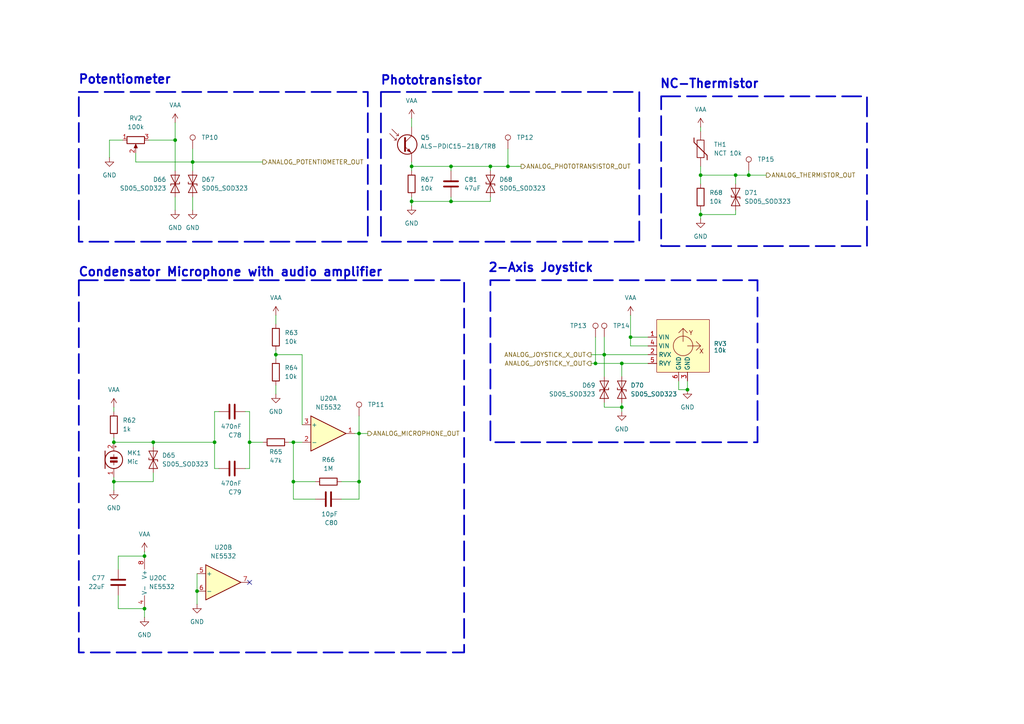
<source format=kicad_sch>
(kicad_sch (version 20231120) (generator "eeschema") (generator_version "8.0")
  (paper "A4")
  (lib_symbols
    (symbol "Amplifier_Operational:NE5532" (pin_names (offset 0.127))
      (property "Reference" "U" (at 0 5.08 0))
      (property "Value" "NE5532" (at 0 -5.08 0))
      (symbol "NE5532_1_1"
        (polyline (pts (xy -5.08 5.08) (xy 5.08 0) (xy -5.08 -5.08) (xy -5.08 5.08)) (stroke (width 0.254)) (fill (type background)))
        (pin output line (at 7.62 0 180) (length 2.54) (name "~") (number "1"))
        (pin input line (at -7.62 -2.54 0) (length 2.54) (name "-") (number "2"))
        (pin input line (at -7.62 2.54 0) (length 2.54) (name "+") (number "3"))
      )
      (symbol "NE5532_2_1"
        (polyline (pts (xy -5.08 5.08) (xy 5.08 0) (xy -5.08 -5.08) (xy -5.08 5.08)) (stroke (width 0.254)) (fill (type background)))
        (pin input line (at -7.62 2.54 0) (length 2.54) (name "+") (number "5"))
        (pin input line (at -7.62 -2.54 0) (length 2.54) (name "-") (number "6"))
        (pin output line (at 7.62 0 180) (length 2.54) (name "~") (number "7"))
      )
      (symbol "NE5532_3_1"
        (pin power_in line (at -2.54 -7.62 90) (length 3.81) (name "V-") (number "4"))
        (pin power_in line (at -2.54 7.62 270) (length 3.81) (name "V+") (number "8"))
      )
    )
    (symbol "Connector:TestPoint" (pin_numbers hide) (pin_names (offset 0.762) hide)
      (property "Reference" "TP" (at 0 6.858 0))
      (property "Value" "TestPoint" (at 0 5.08 0))
      (symbol "TestPoint_0_1"
        (circle (center 0 3.302) (radius 0.762))
      )
      (symbol "TestPoint_1_1"
        (pin passive line (at 0 0 90) (length 2.54) (name "1") (number "1"))
      )
    )
    (symbol "Device:C" (pin_numbers hide) (pin_names (offset 0.254))
      (property "Reference" "C" (at 0.635 2.54 0))
      (property "Value" "C" (at 0.635 -2.54 0))
      (symbol "C_0_1"
        (polyline (pts (xy -2.032 -0.762) (xy 2.032 -0.762)) (stroke (width 0.508)))
        (polyline (pts (xy -2.032 0.762) (xy 2.032 0.762)) (stroke (width 0.508)))
      )
      (symbol "C_1_1"
        (pin passive line (at 0 3.81 270) (length 2.794) (name "~") (number "1"))
        (pin passive line (at 0 -3.81 90) (length 2.794) (name "~") (number "2"))
      )
    )
    (symbol "Device:Microphone_Condenser" (pin_names (offset 0.0254) hide)
      (property "Reference" "MK" (at -3.302 1.27 0))
      (property "Value" "Microphone_Condenser" (at -3.302 -0.635 0))
      (symbol "Microphone_Condenser_0_1"
        (polyline (pts (xy -2.54 2.54) (xy -2.54 -2.54)) (stroke (width 0.254)))
        (polyline (pts (xy 0 -0.762) (xy 0 -1.524)))
        (polyline (pts (xy 0 0.762) (xy 0 1.524)))
        (polyline (pts (xy 0.254 3.81) (xy 0.762 3.81)))
        (polyline (pts (xy 0.508 4.064) (xy 0.508 3.556)))
        (circle (center 0 0) (radius 2.54) (stroke (width 0.254)))
        (rectangle (start 1.016 -0.254) (end -1.016 -0.762) (fill (type outline)))
        (rectangle (start 1.016 0.762) (end -1.016 0.254) (fill (type outline)))
      )
      (symbol "Microphone_Condenser_1_1"
        (pin passive line (at 0 -5.08 90) (length 2.54) (name "-") (number "1"))
        (pin passive line (at 0 5.08 270) (length 2.54) (name "+") (number "2"))
      )
    )
    (symbol "Device:R" (pin_numbers hide) (pin_names (offset 0))
      (property "Reference" "R" (at 2.032 0 90))
      (property "Value" "R" (at 0 0 90))
      (symbol "R_0_1"
        (rectangle (start -1.016 -2.54) (end 1.016 2.54) (stroke (width 0.254)))
      )
      (symbol "R_1_1"
        (pin passive line (at 0 3.81 270) (length 1.27) (name "~") (number "1"))
        (pin passive line (at 0 -3.81 90) (length 1.27) (name "~") (number "2"))
      )
    )
    (symbol "Device:R_Potentiometer" (pin_names (offset 1.016) hide)
      (property "Reference" "RV" (at -4.445 0 90))
      (property "Value" "R_Potentiometer" (at -2.54 0 90))
      (symbol "R_Potentiometer_0_1"
        (polyline (pts (xy 2.54 0) (xy 1.524 0)))
        (polyline (pts (xy 1.143 0) (xy 2.286 0.508) (xy 2.286 -0.508) (xy 1.143 0)) (fill (type outline)))
        (rectangle (start 1.016 2.54) (end -1.016 -2.54) (stroke (width 0.254)))
      )
      (symbol "R_Potentiometer_1_1"
        (pin passive line (at 0 3.81 270) (length 1.27) (name "1") (number "1"))
        (pin passive line (at 3.81 0 180) (length 1.27) (name "2") (number "2"))
        (pin passive line (at 0 -3.81 90) (length 1.27) (name "3") (number "3"))
      )
    )
    (symbol "Device:Thermistor" (pin_numbers hide) (pin_names (offset 0))
      (property "Reference" "TH" (at 2.54 1.27 90))
      (property "Value" "Thermistor" (at -2.54 0 90))
      (symbol "Thermistor_0_1"
        (rectangle (start -1.016 2.54) (end 1.016 -2.54) (stroke (width 0.2032)))
        (polyline (pts (xy -1.905 3.175) (xy -1.905 1.905) (xy 1.905 -1.905) (xy 1.905 -3.175) (xy 1.905 -3.175)) (stroke (width 0.254)))
      )
      (symbol "Thermistor_1_1"
        (pin passive line (at 0 5.08 270) (length 2.54) (name "~") (number "1"))
        (pin passive line (at 0 -5.08 90) (length 2.54) (name "~") (number "2"))
      )
    )
    (symbol "Diode:SD05_SOD323" (pin_numbers hide) (pin_names (offset 1.016) hide)
      (property "Reference" "D" (at 0 2.54 0))
      (property "Value" "SD05_SOD323" (at 0 -2.54 0))
      (symbol "SD05_SOD323_0_1"
        (polyline (pts (xy 1.27 0) (xy -1.27 0)))
        (polyline (pts (xy -2.54 -1.27) (xy 0 0) (xy -2.54 1.27) (xy -2.54 -1.27)) (stroke (width 0.2032)))
        (polyline (pts (xy 0.508 1.27) (xy 0 1.27) (xy 0 -1.27) (xy -0.508 -1.27)) (stroke (width 0.2032)))
        (polyline (pts (xy 2.54 1.27) (xy 2.54 -1.27) (xy 0 0) (xy 2.54 1.27)) (stroke (width 0.2032)))
      )
      (symbol "SD05_SOD323_1_1"
        (pin passive line (at -3.81 0 0) (length 2.54) (name "A1") (number "1"))
        (pin passive line (at 3.81 0 180) (length 2.54) (name "A2") (number "2"))
      )
    )
    (symbol "Sensor_Optical:KPS-3227" (pin_numbers hide)
      (property "Reference" "Q" (at 3.81 1.27 0))
      (property "Value" "KPS-3227" (at 7.62 -1.27 0))
      (symbol "KPS-3227_1_1"
        (circle (center -1.27 0) (radius 2.8194) (stroke (width 0.254)))
        (polyline (pts (xy -4.445 1.27) (xy -5.08 1.27)))
        (polyline (pts (xy -3.81 2.54) (xy -4.445 2.54)))
        (polyline (pts (xy -1.905 0.635) (xy 0 2.54)))
        (polyline (pts (xy -6.35 3.175) (xy -4.445 1.27) (xy -4.445 1.905)))
        (polyline (pts (xy -5.715 4.445) (xy -3.81 2.54) (xy -3.81 3.175)))
        (polyline (pts (xy -1.905 -0.635) (xy 0 -2.54) (xy 0 -2.54)))
        (polyline (pts (xy -1.905 1.905) (xy -1.905 -1.905) (xy -1.905 -1.905)) (stroke (width 0.508)))
        (polyline (pts (xy -1.27 -1.778) (xy -0.762 -1.27) (xy -0.254 -2.286) (xy -1.27 -1.778) (xy -1.27 -1.778)) (fill (type outline)))
        (pin passive line (at 0 5.08 270) (length 2.54) (name "~") (number "1"))
        (pin passive line (at 0 -5.08 90) (length 2.54) (name "~") (number "2"))
        (pin passive line (at 0 5.08 270) (length 2.54) hide (name "~") (number "3"))
        (pin passive line (at 0 -5.08 90) (length 2.54) hide (name "~") (number "4"))
      )
    )
    (symbol "potentiometer_2_axis_joystick:2-Axis-Joystick"
      (property "Reference" "RV" (at -0.508 8.89 0))
      (symbol "2-Axis-Joystick_1_1"
        (rectangle (start -7.62 7.62) (end 7.62 -7.62) (fill (type background)))
        (polyline (pts (xy 0 1.27) (xy 0 5.08)))
        (polyline (pts (xy 1.27 0) (xy 5.08 0)))
        (polyline (pts (xy 5.08 0) (xy 3.81 -1.27)))
        (polyline (pts (xy 5.08 0) (xy 3.81 1.27)))
        (polyline (pts (xy 0 5.08) (xy -1.27 3.81) (xy 0 5.08) (xy 1.27 3.81)))
        (circle (center 0 0) (radius 2.8398))
        (text "X" (at 5.334 -1.524 0) (effects (font (size 1.27 1.27))))
        (text "Y" (at 2.286 3.81 0) (effects (font (size 1.27 1.27))))
        (pin power_in line (at -10.16 2.54 0) (length 2.54) (name "VIN") (number "1"))
        (pin output line (at -10.16 -2.54 0) (length 2.54) (name "RVX") (number "2"))
        (pin power_in line (at 1.27 -10.16 90) (length 2.54) (name "GND") (number "3"))
        (pin power_in line (at -10.16 0 0) (length 2.54) (name "VIN") (number "4"))
        (pin output line (at -10.16 -5.08 0) (length 2.54) (name "RVY") (number "5"))
        (pin power_in line (at -1.27 -10.16 90) (length 2.54) (name "GND") (number "6"))
      )
    )
    (symbol "power:GND" (power) (pin_numbers hide) (pin_names (offset 0) hide)
      (property "Value" "GND" (at 0 -3.81 0))
      (symbol "GND_0_1"
        (polyline (pts (xy 0 0) (xy 0 -1.27) (xy 1.27 -1.27) (xy 0 -2.54) (xy -1.27 -1.27) (xy 0 -1.27)))
      )
      (symbol "GND_1_1"
        (pin power_in line (at 0 0 270) (length 0) (name "~") (number "1"))
      )
    )
    (symbol "power:VAA" (power) (pin_numbers hide) (pin_names (offset 0) hide)
      (property "Value" "VAA" (at 0 3.556 0))
      (symbol "VAA_0_1"
        (polyline (pts (xy -0.762 1.27) (xy 0 2.54)))
        (polyline (pts (xy 0 0) (xy 0 2.54)))
        (polyline (pts (xy 0 2.54) (xy 0.762 1.27)))
      )
      (symbol "VAA_1_1"
        (pin power_in line (at 0 0 90) (length 0) (name "~") (number "1"))
      )
    )
  )
  (junction (at 203.2 62.23))
  (junction (at 44.45 128.27))
  (junction (at 172.72 105.41))
  (junction (at 180.34 118.11))
  (junction (at 203.2 50.8))
  (junction (at 104.14 125.73))
  (junction (at 142.24 48.26))
  (junction (at 33.02 128.27))
  (junction (at 50.8 40.64))
  (junction (at 72.39 128.27))
  (junction (at 130.81 48.26))
  (junction (at 85.09 128.27))
  (junction (at 180.34 105.41))
  (junction (at 147.32 48.26))
  (junction (at 85.09 139.7))
  (junction (at 182.88 97.79))
  (junction (at 119.38 58.42))
  (junction (at 213.36 50.8))
  (junction (at 62.23 128.27))
  (junction (at 33.02 139.7))
  (junction (at 199.39 113.03))
  (junction (at 119.38 48.26))
  (junction (at 217.17 50.8))
  (junction (at 41.91 161.29))
  (junction (at 80.01 102.87))
  (junction (at 57.15 171.45))
  (junction (at 130.81 58.42))
  (junction (at 104.14 139.7))
  (junction (at 175.26 102.87))
  (junction (at 41.91 176.53))
  (junction (at 55.88 46.99))
  (no_connect (at 72.39 168.91))
  (wire (pts (xy 55.88 46.99) (xy 55.88 49.53)))
  (wire (pts (xy 203.2 36.83) (xy 203.2 38.1)))
  (wire (pts (xy 182.88 91.44) (xy 182.88 97.79)))
  (wire (pts (xy 33.02 128.27) (xy 44.45 128.27)))
  (wire (pts (xy 34.29 165.1) (xy 34.29 161.29)))
  (wire (pts (xy 71.12 119.38) (xy 72.39 119.38)))
  (wire (pts (xy 33.02 118.11) (xy 33.02 119.38)))
  (wire (pts (xy 203.2 48.26) (xy 203.2 50.8)))
  (wire (pts (xy 34.29 172.72) (xy 34.29 176.53)))
  (wire (pts (xy 130.81 58.42) (xy 119.38 58.42)))
  (wire (pts (xy 217.17 50.8) (xy 222.25 50.8)))
  (wire (pts (xy 203.2 50.8) (xy 213.36 50.8)))
  (wire (pts (xy 182.88 97.79) (xy 187.96 97.79)))
  (wire (pts (xy 87.63 102.87) (xy 80.01 102.87)))
  (wire (pts (xy 80.01 91.44) (xy 80.01 93.98)))
  (wire (pts (xy 175.26 118.11) (xy 180.34 118.11)))
  (wire (pts (xy 72.39 135.89) (xy 72.39 128.27)))
  (wire (pts (xy 99.06 139.7) (xy 104.14 139.7)))
  (wire (pts (xy 203.2 62.23) (xy 203.2 63.5)))
  (wire (pts (xy 72.39 128.27) (xy 76.2 128.27)))
  (wire (pts (xy 50.8 35.56) (xy 50.8 40.64)))
  (wire (pts (xy 213.36 53.34) (xy 213.36 50.8)))
  (wire (pts (xy 62.23 135.89) (xy 62.23 128.27)))
  (wire (pts (xy 91.44 144.78) (xy 85.09 144.78)))
  (wire (pts (xy 104.14 144.78) (xy 104.14 139.7)))
  (wire (pts (xy 142.24 49.53) (xy 142.24 48.26)))
  (wire (pts (xy 175.26 97.79) (xy 175.26 102.87)))
  (wire (pts (xy 172.72 97.79) (xy 172.72 105.41)))
  (wire (pts (xy 130.81 48.26) (xy 142.24 48.26)))
  (wire (pts (xy 44.45 128.27) (xy 62.23 128.27)))
  (wire (pts (xy 80.01 102.87) (xy 80.01 104.14)))
  (wire (pts (xy 104.14 139.7) (xy 104.14 125.73)))
  (wire (pts (xy 130.81 57.15) (xy 130.81 58.42)))
  (wire (pts (xy 55.88 43.18) (xy 55.88 46.99)))
  (wire (pts (xy 57.15 171.45) (xy 57.15 175.26)))
  (wire (pts (xy 99.06 144.78) (xy 104.14 144.78)))
  (wire (pts (xy 72.39 119.38) (xy 72.39 128.27)))
  (wire (pts (xy 62.23 119.38) (xy 62.23 128.27)))
  (wire (pts (xy 147.32 43.18) (xy 147.32 48.26)))
  (wire (pts (xy 33.02 139.7) (xy 33.02 142.24)))
  (wire (pts (xy 80.01 111.76) (xy 80.01 114.3)))
  (wire (pts (xy 171.45 105.41) (xy 172.72 105.41)))
  (wire (pts (xy 44.45 137.16) (xy 44.45 139.7)))
  (wire (pts (xy 142.24 58.42) (xy 130.81 58.42)))
  (wire (pts (xy 80.01 101.6) (xy 80.01 102.87)))
  (wire (pts (xy 203.2 60.96) (xy 203.2 62.23)))
  (wire (pts (xy 102.87 125.73) (xy 104.14 125.73)))
  (wire (pts (xy 91.44 139.7) (xy 85.09 139.7)))
  (wire (pts (xy 33.02 138.43) (xy 33.02 139.7)))
  (wire (pts (xy 50.8 57.15) (xy 50.8 60.96)))
  (wire (pts (xy 104.14 125.73) (xy 106.68 125.73)))
  (wire (pts (xy 203.2 50.8) (xy 203.2 53.34)))
  (wire (pts (xy 33.02 127) (xy 33.02 128.27)))
  (wire (pts (xy 217.17 49.53) (xy 217.17 50.8)))
  (wire (pts (xy 119.38 48.26) (xy 130.81 48.26)))
  (wire (pts (xy 130.81 48.26) (xy 130.81 49.53)))
  (wire (pts (xy 71.12 135.89) (xy 72.39 135.89)))
  (wire (pts (xy 34.29 176.53) (xy 41.91 176.53)))
  (wire (pts (xy 50.8 49.53) (xy 50.8 40.64)))
  (wire (pts (xy 62.23 119.38) (xy 63.5 119.38)))
  (wire (pts (xy 175.26 116.84) (xy 175.26 118.11)))
  (wire (pts (xy 147.32 48.26) (xy 151.13 48.26)))
  (wire (pts (xy 62.23 135.89) (xy 63.5 135.89)))
  (wire (pts (xy 119.38 46.99) (xy 119.38 48.26)))
  (wire (pts (xy 142.24 48.26) (xy 147.32 48.26)))
  (wire (pts (xy 180.34 105.41) (xy 187.96 105.41)))
  (wire (pts (xy 172.72 105.41) (xy 180.34 105.41)))
  (wire (pts (xy 175.26 102.87) (xy 187.96 102.87)))
  (wire (pts (xy 85.09 144.78) (xy 85.09 139.7)))
  (wire (pts (xy 41.91 160.02) (xy 41.91 161.29)))
  (wire (pts (xy 182.88 97.79) (xy 182.88 100.33)))
  (wire (pts (xy 213.36 60.96) (xy 213.36 62.23)))
  (wire (pts (xy 44.45 139.7) (xy 33.02 139.7)))
  (wire (pts (xy 142.24 57.15) (xy 142.24 58.42)))
  (wire (pts (xy 55.88 46.99) (xy 39.37 46.99)))
  (wire (pts (xy 199.39 113.03) (xy 199.39 110.49)))
  (wire (pts (xy 213.36 50.8) (xy 217.17 50.8)))
  (wire (pts (xy 119.38 34.29) (xy 119.38 36.83)))
  (wire (pts (xy 175.26 102.87) (xy 175.26 109.22)))
  (wire (pts (xy 187.96 100.33) (xy 182.88 100.33)))
  (wire (pts (xy 57.15 166.37) (xy 57.15 171.45)))
  (wire (pts (xy 180.34 105.41) (xy 180.34 109.22)))
  (wire (pts (xy 85.09 128.27) (xy 87.63 128.27)))
  (wire (pts (xy 87.63 123.19) (xy 87.63 102.87)))
  (wire (pts (xy 180.34 118.11) (xy 180.34 119.38)))
  (wire (pts (xy 34.29 161.29) (xy 41.91 161.29)))
  (wire (pts (xy 119.38 58.42) (xy 119.38 59.69)))
  (wire (pts (xy 55.88 46.99) (xy 76.2 46.99)))
  (wire (pts (xy 180.34 116.84) (xy 180.34 118.11)))
  (wire (pts (xy 196.85 110.49) (xy 196.85 113.03)))
  (wire (pts (xy 50.8 40.64) (xy 43.18 40.64)))
  (wire (pts (xy 55.88 57.15) (xy 55.88 60.96)))
  (wire (pts (xy 104.14 120.65) (xy 104.14 125.73)))
  (wire (pts (xy 39.37 44.45) (xy 39.37 46.99)))
  (wire (pts (xy 35.56 40.64) (xy 31.75 40.64)))
  (wire (pts (xy 119.38 49.53) (xy 119.38 48.26)))
  (wire (pts (xy 85.09 139.7) (xy 85.09 128.27)))
  (wire (pts (xy 44.45 128.27) (xy 44.45 129.54)))
  (wire (pts (xy 196.85 113.03) (xy 199.39 113.03)))
  (wire (pts (xy 41.91 176.53) (xy 41.91 179.07)))
  (wire (pts (xy 213.36 62.23) (xy 203.2 62.23)))
  (wire (pts (xy 31.75 40.64) (xy 31.75 45.72)))
  (wire (pts (xy 119.38 57.15) (xy 119.38 58.42)))
  (wire (pts (xy 83.82 128.27) (xy 85.09 128.27)))
  (wire (pts (xy 171.45 102.87) (xy 175.26 102.87)))
  (rectangle (start 22.86 26.67) (end 106.68 70.104) (stroke (width 0.5) (type dash)))
  (rectangle (start 22.86 81.28) (end 134.62 189.23) (stroke (width 0.5) (type dash)))
  (rectangle (start 142.24 81.28) (end 219.71 128.27) (stroke (width 0.5) (type dash)))
  (rectangle (start 110.49 26.67) (end 185.42 70.104) (stroke (width 0.5) (type dash)))
  (rectangle (start 191.77 27.94) (end 251.46 71.374) (stroke (width 0.5) (type dash)))
  (text "Potentiometer\n" (at 22.606 24.638 0) (effects (font (size 2.54 2.54) (thickness 0.508) (bold yes)) (justify left bottom)))
  (text "Condensator Microphone with audio amplifier" (at 22.606 80.518 0) (effects (font (size 2.54 2.54) (thickness 0.508) (bold yes)) (justify left bottom)))
  (text "NC-Thermistor" (at 191.262 25.908 0) (effects (font (size 2.54 2.54) (thickness 0.508) (bold yes)) (justify left bottom)))
  (text "Phototransistor" (at 110.236 24.892 0) (effects (font (size 2.54 2.54) (thickness 0.508) (bold yes)) (justify left bottom)))
  (text "2-Axis Joystick" (at 141.478 79.248 0) (effects (font (size 2.54 2.54) (thickness 0.508) (bold yes)) (justify left bottom)))
  (hierarchical_label "ANALOG_JOYSTICK_X_OUT" (shape output) (at 171.45 102.87 180))
  (hierarchical_label "ANALOG_MICROPHONE_OUT" (shape output) (at 106.68 125.73 0))
  (hierarchical_label "ANALOG_JOYSTICK_Y_OUT" (shape output) (at 171.45 105.41 180))
  (hierarchical_label "ANALOG_THERMISTOR_OUT" (shape output) (at 222.25 50.8 0))
  (hierarchical_label "ANALOG_PHOTOTRANSISTOR_OUT" (shape output) (at 151.13 48.26 0))
  (hierarchical_label "ANALOG_POTENTIOMETER_OUT" (shape output) (at 76.2 46.99 0))
  (symbol (lib_id "Device:R") (at 80.01 128.27 270) (unit 1)
    (property "Reference" "R65" (at 80.01 131.064 90))
    (property "Value" "47k" (at 80.01 133.604 90))
    (property "Footprint" "Resistor_SMD:R_0603_1608Metric" (effects (hide yes)))
    (property "Description" "Resistor" (effects (hide yes)))
  )
  (symbol (lib_id "Connector:TestPoint") (at 55.88 43.18 0) (unit 1) (in_bom no)
    (property "Reference" "TP10" (at 58.42 39.8779 0) (effects (justify left)))
    (property "Footprint" "TestPoint:TestPoint_Pad_D3.0mm" (effects (hide yes)))
  )
  (symbol (lib_id "Diode:SD05_SOD323") (at 213.36 57.15 90) (unit 1)
    (property "Reference" "D71" (at 215.9 55.8799 90) (effects (justify right)))
    (property "Value" "SD05_SOD323" (at 215.9 58.4199 90) (effects (justify right)))
    (property "Footprint" "Diode_SMD:D_SOD-323" (effects (hide yes)))
    (property "Datasheet" "https://www.littelfuse.com/~/media/electronics/datasheets/tvs_diode_arrays/littelfuse_tvs_diode_array_sd_c_datasheet.pdf.pdf" (effects (hide yes)))
    (property "Description" "5V, 450W Discrete Bidirectional TVS Diode, SOD-323" (effects (hide yes)))
  )
  (symbol (lib_id "Diode:SD05_SOD323") (at 50.8 53.34 270) (mirror x) (unit 1)
    (property "Reference" "D66" (at 48.26 52.0699 90) (effects (justify right)))
    (property "Value" "SD05_SOD323" (at 48.26 54.6099 90) (effects (justify right)))
    (property "Footprint" "Diode_SMD:D_SOD-323" (effects (hide yes)))
    (property "Datasheet" "https://www.littelfuse.com/~/media/electronics/datasheets/tvs_diode_arrays/littelfuse_tvs_diode_array_sd_c_datasheet.pdf.pdf" (effects (hide yes)))
    (property "Description" "5V, 450W Discrete Bidirectional TVS Diode, SOD-323" (effects (hide yes)))
  )
  (symbol (lib_id "power:VAA") (at 50.8 35.56 0) (unit 1)
    (property "Reference" "#PWR0216" (effects (hide yes)))
    (property "Value" "VAA" (at 50.8 30.48 0))
    (property "Description" "Power symbol creates a global label with name \"VAA\"" (effects (hide yes)))
  )
  (symbol (lib_id "Connector:TestPoint") (at 147.32 43.18 0) (unit 1) (in_bom no)
    (property "Reference" "TP12" (at 149.86 39.8779 0) (effects (justify left)))
    (property "Footprint" "TestPoint:TestPoint_Pad_D3.0mm" (effects (hide yes)))
  )
  (symbol (lib_id "potentiometer_2_axis_joystick:2-Axis-Joystick") (at 198.12 100.33 0) (unit 1)
    (property "Reference" "RV3" (at 207.01 99.6949 0) (effects (justify left)))
    (property "Value" "10k" (at 207.01 101.6 0) (effects (justify left)))
    (property "Footprint" "potentiometer_2_axis_joystick:2-Axis-Joystick" (effects (hide yes)))
  )
  (symbol (lib_id "Device:R") (at 95.25 139.7 270) (unit 1)
    (property "Reference" "R66" (at 95.25 133.35 90))
    (property "Value" "1M" (at 95.25 135.89 90))
    (property "Footprint" "Resistor_SMD:R_0805_2012Metric" (effects (hide yes)))
    (property "Description" "Resistor" (effects (hide yes)))
  )
  (symbol (lib_id "Connector:TestPoint") (at 104.14 120.65 0) (unit 1) (in_bom no)
    (property "Reference" "TP11" (at 106.68 117.3479 0) (effects (justify left)))
    (property "Footprint" "TestPoint:TestPoint_Pad_D3.0mm" (effects (hide yes)))
  )
  (symbol (lib_id "power:GND") (at 41.91 179.07 0) (unit 1)
    (property "Reference" "#PWR0215" (effects (hide yes)))
    (property "Value" "GND" (at 41.91 184.15 0))
  )
  (symbol (lib_id "Device:R") (at 119.38 53.34 180) (unit 1)
    (property "Reference" "R67" (at 121.92 52.0699 0) (effects (justify right)))
    (property "Value" "10k" (at 121.92 54.6099 0) (effects (justify right)))
    (property "Footprint" "Resistor_SMD:R_0603_1608Metric" (effects (hide yes)))
    (property "Description" "Resistor" (effects (hide yes)))
  )
  (symbol (lib_id "power:GND") (at 80.01 114.3 0) (unit 1)
    (property "Reference" "#PWR0221" (effects (hide yes)))
    (property "Value" "GND" (at 80.01 119.38 0))
  )
  (symbol (lib_id "power:VAA") (at 41.91 160.02 0) (unit 1)
    (property "Reference" "#PWR0214" (effects (hide yes)))
    (property "Value" "VAA" (at 41.91 154.94 0))
    (property "Description" "Power symbol creates a global label with name \"VAA\"" (effects (hide yes)))
  )
  (symbol (lib_id "power:VAA") (at 182.88 91.44 0) (unit 1)
    (property "Reference" "#PWR0225" (effects (hide yes)))
    (property "Value" "VAA" (at 182.88 86.36 0))
    (property "Description" "Power symbol creates a global label with name \"VAA\"" (effects (hide yes)))
  )
  (symbol (lib_id "Device:C") (at 67.31 135.89 90) (mirror x) (unit 1)
    (property "Reference" "C79" (at 70.104 142.748 90) (effects (justify left)))
    (property "Value" "470nF" (at 70.104 140.208 90) (effects (justify left)))
    (property "Footprint" "Capacitor_SMD:C_0603_1608Metric" (effects (hide yes)))
    (property "Description" "Unpolarized capacitor" (effects (hide yes)))
  )
  (symbol (lib_id "Connector:TestPoint") (at 172.72 97.79 0) (mirror y) (unit 1) (in_bom no)
    (property "Reference" "TP13" (at 170.18 94.4879 0) (effects (justify left)))
    (property "Footprint" "TestPoint:TestPoint_Pad_D3.0mm" (effects (hide yes)))
  )
  (symbol (lib_id "Device:C") (at 34.29 168.91 0) (mirror y) (unit 1)
    (property "Reference" "C77" (at 30.48 167.6399 0) (effects (justify left)))
    (property "Value" "22uF" (at 30.48 170.1799 0) (effects (justify left)))
    (property "Footprint" "Capacitor_SMD:C_0805_2012Metric" (effects (hide yes)))
    (property "Description" "Unpolarized capacitor" (effects (hide yes)))
  )
  (symbol (lib_id "Connector:TestPoint") (at 217.17 49.53 0) (unit 1) (in_bom no)
    (property "Reference" "TP15" (at 219.71 46.2279 0) (effects (justify left)))
    (property "Footprint" "TestPoint:TestPoint_Pad_D3.0mm" (effects (hide yes)))
  )
  (symbol (lib_id "power:VAA") (at 203.2 36.83 0) (unit 1)
    (property "Reference" "#PWR0227" (effects (hide yes)))
    (property "Value" "VAA" (at 203.2 31.75 0))
    (property "Description" "Power symbol creates a global label with name \"VAA\"" (effects (hide yes)))
  )
  (symbol (lib_id "Diode:SD05_SOD323") (at 44.45 133.35 90) (unit 1)
    (property "Reference" "D65" (at 46.99 132.0799 90) (effects (justify right)))
    (property "Value" "SD05_SOD323" (at 46.99 134.6199 90) (effects (justify right)))
    (property "Footprint" "Diode_SMD:D_SOD-323" (effects (hide yes)))
    (property "Datasheet" "https://www.littelfuse.com/~/media/electronics/datasheets/tvs_diode_arrays/littelfuse_tvs_diode_array_sd_c_datasheet.pdf.pdf" (effects (hide yes)))
    (property "Description" "5V, 450W Discrete Bidirectional TVS Diode, SOD-323" (effects (hide yes)))
  )
  (symbol (lib_id "Device:Thermistor") (at 203.2 43.18 0) (unit 1)
    (property "Reference" "TH1" (at 207.01 41.9099 0) (effects (justify left)))
    (property "Value" "NCT 10k" (at 207.01 44.4499 0) (effects (justify left)))
    (property "Footprint" "Resistor_SMD:R_0805_2012Metric" (effects (hide yes)))
  )
  (symbol (lib_id "Device:R") (at 80.01 107.95 180) (unit 1)
    (property "Reference" "R64" (at 82.55 106.6799 0) (effects (justify right)))
    (property "Value" "10k" (at 82.55 109.2199 0) (effects (justify right)))
    (property "Footprint" "Resistor_SMD:R_0603_1608Metric" (effects (hide yes)))
    (property "Description" "Resistor" (effects (hide yes)))
  )
  (symbol (lib_id "power:VAA") (at 33.02 118.11 0) (unit 1)
    (property "Reference" "#PWR0212" (effects (hide yes)))
    (property "Value" "VAA" (at 33.02 113.03 0))
    (property "Description" "Power symbol creates a global label with name \"VAA\"" (effects (hide yes)))
  )
  (symbol (lib_id "Device:R_Potentiometer") (at 39.37 40.64 90) (mirror x) (unit 1)
    (property "Reference" "RV2" (at 39.37 34.29 90))
    (property "Value" "100k" (at 39.37 36.83 90))
    (property "Footprint" "Potentiometer_THT:Potentiometer_Alpha_RD901F-40-00D_Single_Vertical" (effects (hide yes)))
  )
  (symbol (lib_id "Amplifier_Operational:NE5532") (at 64.77 168.91 0) (unit 2)
    (property "Reference" "U20" (at 64.77 158.75 0))
    (property "Value" "NE5532" (at 64.77 161.29 0))
    (property "Footprint" "Package_SO:SOIC-8_3.9x4.9mm_P1.27mm" (effects (hide yes)))
    (property "Datasheet" "http://www.ti.com/lit/ds/symlink/ne5532.pdf" (effects (hide yes)))
    (property "Description" "Dual Low-Noise Operational Amplifiers, DIP-8/SOIC-8" (effects (hide yes)))
  )
  (symbol (lib_id "power:GND") (at 55.88 60.96 0) (unit 1)
    (property "Reference" "#PWR0218" (effects (hide yes)))
    (property "Value" "GND" (at 55.88 66.04 0))
  )
  (symbol (lib_id "power:VAA") (at 119.38 34.29 0) (unit 1)
    (property "Reference" "#PWR0222" (effects (hide yes)))
    (property "Value" "VAA" (at 119.38 29.21 0))
    (property "Description" "Power symbol creates a global label with name \"VAA\"" (effects (hide yes)))
  )
  (symbol (lib_id "Diode:SD05_SOD323") (at 180.34 113.03 90) (unit 1)
    (property "Reference" "D70" (at 182.88 111.7599 90) (effects (justify right)))
    (property "Value" "SD05_SOD323" (at 182.88 114.2999 90) (effects (justify right)))
    (property "Footprint" "Diode_SMD:D_SOD-323" (effects (hide yes)))
    (property "Datasheet" "https://www.littelfuse.com/~/media/electronics/datasheets/tvs_diode_arrays/littelfuse_tvs_diode_array_sd_c_datasheet.pdf.pdf" (effects (hide yes)))
    (property "Description" "5V, 450W Discrete Bidirectional TVS Diode, SOD-323" (effects (hide yes)))
  )
  (symbol (lib_id "Device:C") (at 130.81 53.34 0) (unit 1)
    (property "Reference" "C81" (at 134.62 52.0699 0) (effects (justify left)))
    (property "Value" "47uF" (at 134.62 54.6099 0) (effects (justify left)))
    (property "Footprint" "Capacitor_SMD:C_1210_3225Metric" (effects (hide yes)))
    (property "Description" "Unpolarized capacitor" (effects (hide yes)))
  )
  (symbol (lib_id "Device:C") (at 95.25 144.78 90) (mirror x) (unit 1)
    (property "Reference" "C80" (at 98.044 151.638 90) (effects (justify left)))
    (property "Value" "10pF" (at 98.044 149.098 90) (effects (justify left)))
    (property "Footprint" "Capacitor_SMD:C_0603_1608Metric" (effects (hide yes)))
    (property "Description" "Unpolarized capacitor" (effects (hide yes)))
  )
  (symbol (lib_id "Amplifier_Operational:NE5532") (at 95.25 125.73 0) (unit 1)
    (property "Reference" "U20" (at 95.25 115.57 0))
    (property "Value" "NE5532" (at 95.25 118.11 0))
    (property "Footprint" "Package_SO:SOIC-8_3.9x4.9mm_P1.27mm" (effects (hide yes)))
    (property "Datasheet" "http://www.ti.com/lit/ds/symlink/ne5532.pdf" (effects (hide yes)))
    (property "Description" "Dual Low-Noise Operational Amplifiers, DIP-8/SOIC-8" (effects (hide yes)))
  )
  (symbol (lib_id "power:GND") (at 199.39 113.03 0) (unit 1)
    (property "Reference" "#PWR0226" (effects (hide yes)))
    (property "Value" "GND" (at 199.39 118.11 0))
    (property "Description" "Power symbol creates a global label with name \"GND\" , ground" (effects (hide yes)))
  )
  (symbol (lib_id "power:GND") (at 57.15 175.26 0) (unit 1)
    (property "Reference" "#PWR0219" (effects (hide yes)))
    (property "Value" "GND" (at 57.15 180.34 0))
  )
  (symbol (lib_id "power:GND") (at 33.02 142.24 0) (unit 1)
    (property "Reference" "#PWR0213" (effects (hide yes)))
    (property "Value" "GND" (at 33.02 147.32 0))
  )
  (symbol (lib_id "power:GND") (at 31.75 45.72 0) (mirror y) (unit 1)
    (property "Reference" "#PWR0211" (effects (hide yes)))
    (property "Value" "GND" (at 31.75 50.8 0))
    (property "Description" "Power symbol creates a global label with name \"GND\" , ground" (effects (hide yes)))
  )
  (symbol (lib_id "power:GND") (at 203.2 63.5 0) (unit 1)
    (property "Reference" "#PWR0228" (effects (hide yes)))
    (property "Value" "GND" (at 203.2 68.58 0))
    (property "Description" "Power symbol creates a global label with name \"GND\" , ground" (effects (hide yes)))
  )
  (symbol (lib_id "power:VAA") (at 80.01 91.44 0) (unit 1)
    (property "Reference" "#PWR0220" (effects (hide yes)))
    (property "Value" "VAA" (at 80.01 86.36 0))
    (property "Description" "Power symbol creates a global label with name \"VAA\"" (effects (hide yes)))
  )
  (symbol (lib_id "Device:Microphone_Condenser") (at 33.02 133.35 0) (unit 1)
    (property "Reference" "MK1" (at 36.83 131.3814 0) (effects (justify left)))
    (property "Value" "Mic" (at 36.83 133.9214 0) (effects (justify left)))
    (property "Footprint" "Sensor_Audio:POM-2244P-C3310-2-R" (effects (hide yes)))
  )
  (symbol (lib_id "power:GND") (at 50.8 60.96 0) (mirror y) (unit 1)
    (property "Reference" "#PWR0217" (effects (hide yes)))
    (property "Value" "GND" (at 50.8 66.04 0))
  )
  (symbol (lib_id "Diode:SD05_SOD323") (at 142.24 53.34 90) (unit 1)
    (property "Reference" "D68" (at 144.78 52.0699 90) (effects (justify right)))
    (property "Value" "SD05_SOD323" (at 144.78 54.6099 90) (effects (justify right)))
    (property "Footprint" "Diode_SMD:D_SOD-323" (effects (hide yes)))
    (property "Datasheet" "https://www.littelfuse.com/~/media/electronics/datasheets/tvs_diode_arrays/littelfuse_tvs_diode_array_sd_c_datasheet.pdf.pdf" (effects (hide yes)))
    (property "Description" "5V, 450W Discrete Bidirectional TVS Diode, SOD-323" (effects (hide yes)))
  )
  (symbol (lib_id "Device:R") (at 33.02 123.19 180) (unit 1)
    (property "Reference" "R62" (at 35.56 121.9199 0) (effects (justify right)))
    (property "Value" "1k" (at 35.56 124.4599 0) (effects (justify right)))
    (property "Footprint" "Resistor_SMD:R_0603_1608Metric" (effects (hide yes)))
    (property "Description" "Resistor" (effects (hide yes)))
  )
  (symbol (lib_id "Device:R") (at 203.2 57.15 180) (unit 1)
    (property "Reference" "R68" (at 205.74 55.8799 0) (effects (justify right)))
    (property "Value" "10k" (at 205.74 58.4199 0) (effects (justify right)))
    (property "Footprint" "Resistor_SMD:R_0603_1608Metric" (effects (hide yes)))
    (property "Description" "Resistor" (effects (hide yes)))
  )
  (symbol (lib_id "power:GND") (at 180.34 119.38 0) (unit 1)
    (property "Reference" "#PWR0224" (effects (hide yes)))
    (property "Value" "GND" (at 180.34 124.46 0))
    (property "Description" "Power symbol creates a global label with name \"GND\" , ground" (effects (hide yes)))
  )
  (symbol (lib_id "Connector:TestPoint") (at 175.26 97.79 0) (unit 1) (in_bom no)
    (property "Reference" "TP14" (at 177.8 94.4879 0) (effects (justify left)))
    (property "Footprint" "TestPoint:TestPoint_Pad_D3.0mm" (effects (hide yes)))
  )
  (symbol (lib_id "Sensor_Optical:KPS-3227") (at 119.38 41.91 0) (unit 1)
    (property "Reference" "Q5" (at 121.92 39.8906 0) (effects (justify left)))
    (property "Value" "ALS-PDIC15-21B/TR8" (at 121.92 42.4306 0) (effects (justify left)))
    (property "Footprint" "OptoDevice:Kingbright_KPS-3227" (effects (hide yes)))
    (property "Datasheet" "https://www.kingbright.com/attachments/file/psearch/000/00/00/KPS-3227SP1C(Ver.16).pdf" (effects (hide yes)))
    (property "Description" "Ambient light NPN phototransistor, KPS-3227" (effects (hide yes)))
  )
  (symbol (lib_id "power:GND") (at 119.38 59.69 0) (unit 1)
    (property "Reference" "#PWR0223" (effects (hide yes)))
    (property "Value" "GND" (at 119.38 64.77 0))
    (property "Description" "Power symbol creates a global label with name \"GND\" , ground" (effects (hide yes)))
  )
  (symbol (lib_id "Amplifier_Operational:NE5532") (at 44.45 168.91 0) (unit 3)
    (property "Reference" "U20" (at 43.18 167.6399 0) (effects (justify left)))
    (property "Value" "NE5532" (at 43.18 170.1799 0) (effects (justify left)))
    (property "Footprint" "Package_SO:SOIC-8_3.9x4.9mm_P1.27mm" (effects (hide yes)))
    (property "Datasheet" "http://www.ti.com/lit/ds/symlink/ne5532.pdf" (effects (hide yes)))
    (property "Description" "Dual Low-Noise Operational Amplifiers, DIP-8/SOIC-8" (effects (hide yes)))
  )
  (symbol (lib_id "Device:C") (at 67.31 119.38 90) (mirror x) (unit 1)
    (property "Reference" "C78" (at 70.104 126.238 90) (effects (justify left)))
    (property "Value" "470nF" (at 70.104 123.698 90) (effects (justify left)))
    (property "Footprint" "Capacitor_SMD:C_0603_1608Metric" (effects (hide yes)))
    (property "Description" "Unpolarized capacitor" (effects (hide yes)))
  )
  (symbol (lib_id "Diode:SD05_SOD323") (at 55.88 53.34 90) (unit 1)
    (property "Reference" "D67" (at 58.42 52.0699 90) (effects (justify right)))
    (property "Value" "SD05_SOD323" (at 58.42 54.6099 90) (effects (justify right)))
    (property "Footprint" "Diode_SMD:D_SOD-323" (effects (hide yes)))
    (property "Datasheet" "https://www.littelfuse.com/~/media/electronics/datasheets/tvs_diode_arrays/littelfuse_tvs_diode_array_sd_c_datasheet.pdf.pdf" (effects (hide yes)))
    (property "Description" "5V, 450W Discrete Bidirectional TVS Diode, SOD-323" (effects (hide yes)))
  )
  (symbol (lib_id "Device:R") (at 80.01 97.79 180) (unit 1)
    (property "Reference" "R63" (at 82.55 96.5199 0) (effects (justify right)))
    (property "Value" "10k" (at 82.55 99.0599 0) (effects (justify right)))
    (property "Footprint" "Resistor_SMD:R_0603_1608Metric" (effects (hide yes)))
    (property "Description" "Resistor" (effects (hide yes)))
  )
  (symbol (lib_id "Diode:SD05_SOD323") (at 175.26 113.03 270) (mirror x) (unit 1)
    (property "Reference" "D69" (at 172.72 111.7599 90) (effects (justify right)))
    (property "Value" "SD05_SOD323" (at 172.72 114.2999 90) (effects (justify right)))
    (property "Footprint" "Diode_SMD:D_SOD-323" (effects (hide yes)))
    (property "Datasheet" "https://www.littelfuse.com/~/media/electronics/datasheets/tvs_diode_arrays/littelfuse_tvs_diode_array_sd_c_datasheet.pdf.pdf" (effects (hide yes)))
    (property "Description" "5V, 450W Discrete Bidirectional TVS Diode, SOD-323" (effects (hide yes)))
  )
)
</source>
